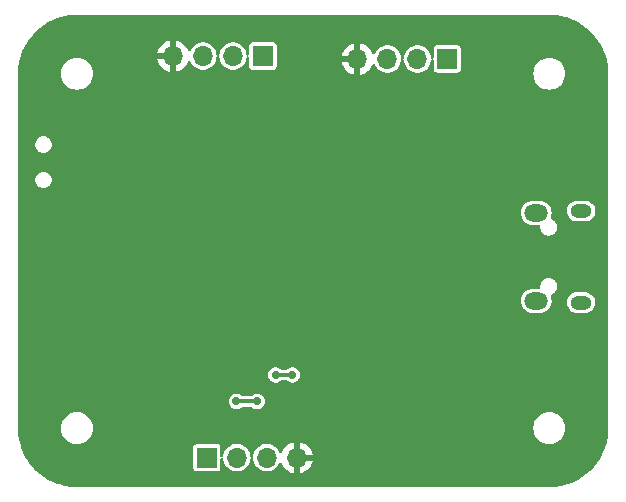
<source format=gbr>
%TF.GenerationSoftware,KiCad,Pcbnew,7.0.7*%
%TF.CreationDate,2023-09-18T20:54:04+05:30*%
%TF.ProjectId,STM32,53544d33-322e-46b6-9963-61645f706362,rev?*%
%TF.SameCoordinates,Original*%
%TF.FileFunction,Copper,L2,Bot*%
%TF.FilePolarity,Positive*%
%FSLAX46Y46*%
G04 Gerber Fmt 4.6, Leading zero omitted, Abs format (unit mm)*
G04 Created by KiCad (PCBNEW 7.0.7) date 2023-09-18 20:54:04*
%MOMM*%
%LPD*%
G01*
G04 APERTURE LIST*
%TA.AperFunction,ComponentPad*%
%ADD10R,1.700000X1.700000*%
%TD*%
%TA.AperFunction,ComponentPad*%
%ADD11O,1.700000X1.700000*%
%TD*%
%TA.AperFunction,ComponentPad*%
%ADD12O,1.800000X1.150000*%
%TD*%
%TA.AperFunction,ComponentPad*%
%ADD13O,2.000000X1.450000*%
%TD*%
%TA.AperFunction,ViaPad*%
%ADD14C,0.700000*%
%TD*%
%TA.AperFunction,Conductor*%
%ADD15C,0.300000*%
%TD*%
%TA.AperFunction,Conductor*%
%ADD16C,0.500000*%
%TD*%
G04 APERTURE END LIST*
D10*
%TO.P,J3,1,Pin_1*%
%TO.N,+3.3V*%
X85750000Y-61000000D03*
D11*
%TO.P,J3,2,Pin_2*%
%TO.N,/USART1_TX*%
X83210000Y-61000000D03*
%TO.P,J3,3,Pin_3*%
%TO.N,/USART1_RX*%
X80670000Y-61000000D03*
%TO.P,J3,4,Pin_4*%
%TO.N,GND*%
X78130000Y-61000000D03*
%TD*%
D12*
%TO.P,J1,6,Shield*%
%TO.N,unconnected-(J1-Shield-Pad6)*%
X112695000Y-81880000D03*
D13*
X108895000Y-81730000D03*
X108895000Y-74280000D03*
D12*
X112695000Y-74130000D03*
%TD*%
D10*
%TO.P,J4,1,Pin_1*%
%TO.N,+3.3V*%
X81000000Y-95000000D03*
D11*
%TO.P,J4,2,Pin_2*%
%TO.N,/I2C2_SCL*%
X83540000Y-95000000D03*
%TO.P,J4,3,Pin_3*%
%TO.N,/I2C2_SDA*%
X86080000Y-95000000D03*
%TO.P,J4,4,Pin_4*%
%TO.N,GND*%
X88620000Y-95000000D03*
%TD*%
D10*
%TO.P,J2,1,Pin_1*%
%TO.N,+3.3V*%
X101370000Y-61250000D03*
D11*
%TO.P,J2,2,Pin_2*%
%TO.N,/SWDIO*%
X98830000Y-61250000D03*
%TO.P,J2,3,Pin_3*%
%TO.N,/SWCLK*%
X96290000Y-61250000D03*
%TO.P,J2,4,Pin_4*%
%TO.N,GND*%
X93750000Y-61250000D03*
%TD*%
D14*
%TO.N,+3.3V*%
X83500000Y-90250000D03*
X85250000Y-90250000D03*
X88250000Y-88000000D03*
X86820500Y-88000000D03*
%TO.N,GND*%
X78500000Y-79750000D03*
X78250000Y-63250000D03*
X77750000Y-77750000D03*
X98500000Y-87500000D03*
X79500000Y-87500000D03*
X99000000Y-84000000D03*
X93500000Y-64000000D03*
X78500000Y-85250000D03*
X88500000Y-82750000D03*
X99500000Y-87500000D03*
X107750000Y-86750000D03*
X81500000Y-70000000D03*
X83750000Y-81000000D03*
X80750000Y-76250000D03*
X83500000Y-74250000D03*
X84000000Y-87250000D03*
X106750000Y-76750000D03*
X99000000Y-83000000D03*
X88750000Y-92750000D03*
X70750000Y-67750000D03*
X79000000Y-81409500D03*
X102750000Y-87500000D03*
%TD*%
D15*
%TO.N,+3.3V*%
X85250000Y-90250000D02*
X83500000Y-90250000D01*
X88250000Y-88000000D02*
X86820500Y-88000000D01*
D16*
%TO.N,GND*%
X78130000Y-63130000D02*
X78250000Y-63250000D01*
X78130000Y-61000000D02*
X78130000Y-63130000D01*
X93750000Y-63750000D02*
X93500000Y-64000000D01*
X93750000Y-61250000D02*
X93750000Y-63750000D01*
%TD*%
%TA.AperFunction,Conductor*%
%TO.N,GND*%
G36*
X110217318Y-57509488D02*
G01*
X110415934Y-57518160D01*
X110420865Y-57518574D01*
X110636792Y-57545489D01*
X110832940Y-57571313D01*
X110837265Y-57571883D01*
X110841894Y-57572671D01*
X111054183Y-57617183D01*
X111252534Y-57661157D01*
X111256778Y-57662257D01*
X111464544Y-57724112D01*
X111658658Y-57785317D01*
X111662530Y-57786680D01*
X111864457Y-57865472D01*
X112052817Y-57943494D01*
X112056252Y-57945045D01*
X112131343Y-57981755D01*
X112250992Y-58040249D01*
X112388629Y-58111897D01*
X112432009Y-58134479D01*
X112435107Y-58136207D01*
X112621382Y-58247202D01*
X112793662Y-58356957D01*
X112796377Y-58358789D01*
X112972918Y-58484837D01*
X113135098Y-58609282D01*
X113137426Y-58611159D01*
X113303055Y-58751439D01*
X113454895Y-58890574D01*
X113609424Y-59045103D01*
X113748555Y-59196938D01*
X113763008Y-59214003D01*
X113888839Y-59362572D01*
X113890716Y-59364900D01*
X114015162Y-59527081D01*
X114141209Y-59703621D01*
X114143040Y-59706335D01*
X114252797Y-59878617D01*
X114363791Y-60064891D01*
X114365525Y-60068000D01*
X114459750Y-60249007D01*
X114523262Y-60378920D01*
X114554953Y-60443744D01*
X114556524Y-60447229D01*
X114634536Y-60635566D01*
X114713309Y-60837445D01*
X114714681Y-60841340D01*
X114775899Y-61035496D01*
X114837735Y-61243200D01*
X114838843Y-61247472D01*
X114882818Y-61445826D01*
X114927326Y-61658101D01*
X114928115Y-61662733D01*
X114954524Y-61863319D01*
X114981422Y-62079114D01*
X114981839Y-62084080D01*
X114990513Y-62282728D01*
X114999500Y-62500000D01*
X114999500Y-92500000D01*
X114990513Y-92717271D01*
X114981839Y-92915918D01*
X114981422Y-92920884D01*
X114954524Y-93136680D01*
X114928115Y-93337265D01*
X114927326Y-93341897D01*
X114882818Y-93554173D01*
X114838843Y-93752526D01*
X114837735Y-93756798D01*
X114775899Y-93964503D01*
X114714681Y-94158658D01*
X114713309Y-94162552D01*
X114634536Y-94364433D01*
X114556524Y-94552769D01*
X114554944Y-94556274D01*
X114459750Y-94750992D01*
X114365525Y-94931998D01*
X114363791Y-94935107D01*
X114252797Y-95121382D01*
X114143040Y-95293663D01*
X114141209Y-95296377D01*
X114015162Y-95472918D01*
X113890716Y-95635099D01*
X113888839Y-95637426D01*
X113748557Y-95803059D01*
X113609426Y-95954895D01*
X113454895Y-96109426D01*
X113303059Y-96248557D01*
X113137426Y-96388839D01*
X113135099Y-96390716D01*
X112972918Y-96515162D01*
X112796377Y-96641209D01*
X112793663Y-96643040D01*
X112621382Y-96752797D01*
X112435107Y-96863791D01*
X112431998Y-96865525D01*
X112250992Y-96959750D01*
X112056274Y-97054944D01*
X112052769Y-97056524D01*
X111864433Y-97134536D01*
X111662552Y-97213309D01*
X111658658Y-97214681D01*
X111464503Y-97275899D01*
X111256798Y-97337735D01*
X111252526Y-97338843D01*
X111054173Y-97382818D01*
X110841897Y-97427326D01*
X110837265Y-97428115D01*
X110636680Y-97454524D01*
X110420884Y-97481422D01*
X110415918Y-97481839D01*
X110217271Y-97490513D01*
X110000000Y-97499500D01*
X70000000Y-97499500D01*
X69782728Y-97490513D01*
X69584080Y-97481839D01*
X69579114Y-97481422D01*
X69363319Y-97454524D01*
X69162733Y-97428115D01*
X69158101Y-97427326D01*
X68945826Y-97382818D01*
X68747472Y-97338843D01*
X68743200Y-97337735D01*
X68535496Y-97275899D01*
X68341340Y-97214681D01*
X68337445Y-97213309D01*
X68135566Y-97134536D01*
X67947229Y-97056524D01*
X67943744Y-97054953D01*
X67884503Y-97025992D01*
X67749007Y-96959750D01*
X67568000Y-96865525D01*
X67564891Y-96863791D01*
X67378617Y-96752797D01*
X67206335Y-96643040D01*
X67203621Y-96641209D01*
X67027081Y-96515162D01*
X66864900Y-96390716D01*
X66862572Y-96388839D01*
X66696940Y-96248557D01*
X66545103Y-96109424D01*
X66390574Y-95954895D01*
X66335559Y-95894856D01*
X79849500Y-95894856D01*
X79849502Y-95894882D01*
X79852413Y-95919987D01*
X79852415Y-95919991D01*
X79897793Y-96022764D01*
X79897794Y-96022765D01*
X79977235Y-96102206D01*
X80080009Y-96147585D01*
X80105135Y-96150500D01*
X81894864Y-96150499D01*
X81894879Y-96150497D01*
X81894882Y-96150497D01*
X81919987Y-96147586D01*
X81919988Y-96147585D01*
X81919991Y-96147585D01*
X82022765Y-96102206D01*
X82102206Y-96022765D01*
X82147585Y-95919991D01*
X82150500Y-95894865D01*
X82150499Y-95156046D01*
X82170183Y-95089009D01*
X82222987Y-95043254D01*
X82292146Y-95033310D01*
X82355702Y-95062335D01*
X82393476Y-95121113D01*
X82397970Y-95144606D01*
X82404244Y-95212310D01*
X82462596Y-95417392D01*
X82462596Y-95417394D01*
X82557632Y-95608253D01*
X82686127Y-95778406D01*
X82686128Y-95778407D01*
X82843698Y-95922052D01*
X83024981Y-96034298D01*
X83223802Y-96111321D01*
X83433390Y-96150500D01*
X83433392Y-96150500D01*
X83646608Y-96150500D01*
X83646610Y-96150500D01*
X83856198Y-96111321D01*
X84055019Y-96034298D01*
X84236302Y-95922052D01*
X84393872Y-95778407D01*
X84522366Y-95608255D01*
X84541038Y-95570756D01*
X84617403Y-95417394D01*
X84617403Y-95417393D01*
X84617405Y-95417389D01*
X84675756Y-95212310D01*
X84686529Y-95096047D01*
X84712315Y-95031111D01*
X84754622Y-95000804D01*
X84863130Y-95000804D01*
X84899503Y-95021668D01*
X84931693Y-95083681D01*
X84933471Y-95096048D01*
X84944244Y-95212310D01*
X85002596Y-95417392D01*
X85002596Y-95417394D01*
X85097632Y-95608253D01*
X85226127Y-95778406D01*
X85226128Y-95778407D01*
X85383698Y-95922052D01*
X85564981Y-96034298D01*
X85763802Y-96111321D01*
X85973390Y-96150500D01*
X85973392Y-96150500D01*
X86186608Y-96150500D01*
X86186610Y-96150500D01*
X86396198Y-96111321D01*
X86595019Y-96034298D01*
X86776302Y-95922052D01*
X86933872Y-95778407D01*
X87062366Y-95608255D01*
X87129325Y-95473781D01*
X87176825Y-95422548D01*
X87244488Y-95405126D01*
X87310828Y-95427051D01*
X87352705Y-95476651D01*
X87446399Y-95677578D01*
X87581894Y-95871082D01*
X87748917Y-96038105D01*
X87942421Y-96173600D01*
X88156507Y-96273429D01*
X88156516Y-96273433D01*
X88370000Y-96330634D01*
X88370000Y-95612301D01*
X88389685Y-95545262D01*
X88442489Y-95499507D01*
X88511647Y-95489563D01*
X88584237Y-95500000D01*
X88584238Y-95500000D01*
X88655762Y-95500000D01*
X88655763Y-95500000D01*
X88728353Y-95489563D01*
X88797512Y-95499507D01*
X88850315Y-95545262D01*
X88870000Y-95612301D01*
X88870000Y-96330633D01*
X89083483Y-96273433D01*
X89083492Y-96273429D01*
X89297578Y-96173600D01*
X89491082Y-96038105D01*
X89658105Y-95871082D01*
X89793600Y-95677578D01*
X89893429Y-95463492D01*
X89893432Y-95463486D01*
X89950636Y-95250000D01*
X89233347Y-95250000D01*
X89166308Y-95230315D01*
X89120553Y-95177511D01*
X89110609Y-95108353D01*
X89114369Y-95091067D01*
X89120000Y-95071888D01*
X89120000Y-94928111D01*
X89114369Y-94908933D01*
X89114370Y-94839064D01*
X89152145Y-94780286D01*
X89215701Y-94751262D01*
X89233347Y-94750000D01*
X89950636Y-94750000D01*
X89950635Y-94749999D01*
X89893432Y-94536513D01*
X89893429Y-94536507D01*
X89793600Y-94322422D01*
X89793599Y-94322420D01*
X89658113Y-94128926D01*
X89658108Y-94128920D01*
X89491082Y-93961894D01*
X89297578Y-93826399D01*
X89083492Y-93726570D01*
X89083486Y-93726567D01*
X88870000Y-93669364D01*
X88870000Y-94387698D01*
X88850315Y-94454737D01*
X88797511Y-94500492D01*
X88728355Y-94510436D01*
X88655766Y-94500000D01*
X88655763Y-94500000D01*
X88584237Y-94500000D01*
X88584233Y-94500000D01*
X88511645Y-94510436D01*
X88442487Y-94500492D01*
X88389684Y-94454736D01*
X88370000Y-94387698D01*
X88370000Y-93669364D01*
X88369999Y-93669364D01*
X88156513Y-93726567D01*
X88156507Y-93726570D01*
X87942422Y-93826399D01*
X87942420Y-93826400D01*
X87748926Y-93961886D01*
X87748920Y-93961891D01*
X87581891Y-94128920D01*
X87581886Y-94128926D01*
X87446400Y-94322420D01*
X87446399Y-94322422D01*
X87352705Y-94523348D01*
X87306532Y-94575787D01*
X87239339Y-94594939D01*
X87172457Y-94574723D01*
X87129324Y-94526216D01*
X87062366Y-94391745D01*
X87041726Y-94364414D01*
X86933872Y-94221593D01*
X86776302Y-94077948D01*
X86595019Y-93965702D01*
X86595017Y-93965701D01*
X86495608Y-93927190D01*
X86396198Y-93888679D01*
X86186610Y-93849500D01*
X85973390Y-93849500D01*
X85763802Y-93888679D01*
X85763799Y-93888679D01*
X85763799Y-93888680D01*
X85564982Y-93965701D01*
X85564980Y-93965702D01*
X85383699Y-94077947D01*
X85226127Y-94221593D01*
X85097632Y-94391746D01*
X85002596Y-94582605D01*
X85002596Y-94582607D01*
X84944244Y-94787689D01*
X84933471Y-94903951D01*
X84907685Y-94968888D01*
X84863130Y-95000804D01*
X84754622Y-95000804D01*
X84756869Y-94999194D01*
X84720497Y-94978331D01*
X84688307Y-94916318D01*
X84686529Y-94903951D01*
X84683175Y-94867759D01*
X84675756Y-94787690D01*
X84617405Y-94582611D01*
X84617403Y-94582606D01*
X84617403Y-94582605D01*
X84522367Y-94391746D01*
X84393872Y-94221593D01*
X84236302Y-94077948D01*
X84055019Y-93965702D01*
X84055017Y-93965701D01*
X83955608Y-93927190D01*
X83856198Y-93888679D01*
X83646610Y-93849500D01*
X83433390Y-93849500D01*
X83223802Y-93888679D01*
X83223799Y-93888679D01*
X83223799Y-93888680D01*
X83024982Y-93965701D01*
X83024980Y-93965702D01*
X82843699Y-94077947D01*
X82686127Y-94221593D01*
X82557632Y-94391746D01*
X82462596Y-94582605D01*
X82462596Y-94582607D01*
X82404244Y-94787689D01*
X82397970Y-94855394D01*
X82372183Y-94920331D01*
X82315383Y-94961018D01*
X82245602Y-94964538D01*
X82184995Y-94929772D01*
X82152806Y-94867759D01*
X82150499Y-94843952D01*
X82150499Y-94105143D01*
X82150499Y-94105136D01*
X82150497Y-94105117D01*
X82147586Y-94080012D01*
X82147585Y-94080010D01*
X82147585Y-94080009D01*
X82102206Y-93977235D01*
X82022765Y-93897794D01*
X82002124Y-93888680D01*
X81919992Y-93852415D01*
X81894865Y-93849500D01*
X80105143Y-93849500D01*
X80105117Y-93849502D01*
X80080012Y-93852413D01*
X80080008Y-93852415D01*
X79977235Y-93897793D01*
X79897794Y-93977234D01*
X79852415Y-94080006D01*
X79852415Y-94080008D01*
X79849500Y-94105131D01*
X79849500Y-95894856D01*
X66335559Y-95894856D01*
X66251439Y-95803055D01*
X66111159Y-95637426D01*
X66109282Y-95635098D01*
X65984837Y-95472918D01*
X65858789Y-95296377D01*
X65856957Y-95293662D01*
X65747202Y-95121382D01*
X65636207Y-94935107D01*
X65634473Y-94931998D01*
X65633314Y-94929772D01*
X65588640Y-94843952D01*
X65540249Y-94750992D01*
X65454595Y-94575787D01*
X65445045Y-94556252D01*
X65443494Y-94552817D01*
X65365463Y-94364433D01*
X65286680Y-94162530D01*
X65285317Y-94158658D01*
X65259869Y-94077947D01*
X65224100Y-93964503D01*
X65162257Y-93756778D01*
X65161155Y-93752526D01*
X65142718Y-93669364D01*
X65117175Y-93554145D01*
X65113893Y-93538494D01*
X65072671Y-93341894D01*
X65071883Y-93337265D01*
X65071313Y-93332940D01*
X65045489Y-93136792D01*
X65018574Y-92920865D01*
X65018160Y-92915934D01*
X65009486Y-92717271D01*
X65000500Y-92500000D01*
X68644341Y-92500000D01*
X68664936Y-92735403D01*
X68664938Y-92735413D01*
X68726094Y-92963655D01*
X68726096Y-92963659D01*
X68726097Y-92963663D01*
X68776031Y-93070746D01*
X68825964Y-93177828D01*
X68825965Y-93177830D01*
X68961505Y-93371402D01*
X69128597Y-93538494D01*
X69322169Y-93674034D01*
X69322171Y-93674035D01*
X69536337Y-93773903D01*
X69764592Y-93835063D01*
X69941034Y-93850500D01*
X70058966Y-93850500D01*
X70235408Y-93835063D01*
X70463663Y-93773903D01*
X70677829Y-93674035D01*
X70871401Y-93538495D01*
X71038495Y-93371401D01*
X71174035Y-93177830D01*
X71273903Y-92963663D01*
X71335063Y-92735408D01*
X71355659Y-92500000D01*
X108644341Y-92500000D01*
X108664936Y-92735403D01*
X108664938Y-92735413D01*
X108726094Y-92963655D01*
X108726096Y-92963659D01*
X108726097Y-92963663D01*
X108776031Y-93070745D01*
X108825964Y-93177828D01*
X108825965Y-93177830D01*
X108961505Y-93371402D01*
X109128597Y-93538494D01*
X109322169Y-93674034D01*
X109322171Y-93674035D01*
X109536337Y-93773903D01*
X109764592Y-93835063D01*
X109941034Y-93850500D01*
X110058966Y-93850500D01*
X110235408Y-93835063D01*
X110463663Y-93773903D01*
X110677829Y-93674035D01*
X110871401Y-93538495D01*
X111038495Y-93371401D01*
X111174035Y-93177830D01*
X111273903Y-92963663D01*
X111335063Y-92735408D01*
X111355659Y-92500000D01*
X111335063Y-92264592D01*
X111273903Y-92036337D01*
X111174035Y-91822171D01*
X111174034Y-91822169D01*
X111038494Y-91628597D01*
X110871402Y-91461505D01*
X110677830Y-91325965D01*
X110677828Y-91325964D01*
X110570746Y-91276030D01*
X110463663Y-91226097D01*
X110463659Y-91226096D01*
X110463655Y-91226094D01*
X110235413Y-91164938D01*
X110235403Y-91164936D01*
X110058966Y-91149500D01*
X109941034Y-91149500D01*
X109764596Y-91164936D01*
X109764586Y-91164938D01*
X109536344Y-91226094D01*
X109536335Y-91226098D01*
X109322171Y-91325964D01*
X109322169Y-91325965D01*
X109128597Y-91461505D01*
X108961506Y-91628597D01*
X108961501Y-91628604D01*
X108825967Y-91822165D01*
X108825965Y-91822169D01*
X108726098Y-92036335D01*
X108726094Y-92036344D01*
X108664938Y-92264586D01*
X108664936Y-92264596D01*
X108644341Y-92499999D01*
X108644341Y-92500000D01*
X71355659Y-92500000D01*
X71335063Y-92264592D01*
X71273903Y-92036337D01*
X71174035Y-91822171D01*
X71174034Y-91822169D01*
X71038494Y-91628597D01*
X70871402Y-91461505D01*
X70677830Y-91325965D01*
X70677828Y-91325964D01*
X70570745Y-91276030D01*
X70463663Y-91226097D01*
X70463659Y-91226096D01*
X70463655Y-91226094D01*
X70235413Y-91164938D01*
X70235403Y-91164936D01*
X70058966Y-91149500D01*
X69941034Y-91149500D01*
X69764596Y-91164936D01*
X69764586Y-91164938D01*
X69536344Y-91226094D01*
X69536335Y-91226098D01*
X69322171Y-91325964D01*
X69322169Y-91325965D01*
X69128597Y-91461505D01*
X68961506Y-91628597D01*
X68961501Y-91628604D01*
X68825967Y-91822165D01*
X68825965Y-91822169D01*
X68726098Y-92036335D01*
X68726094Y-92036344D01*
X68664938Y-92264586D01*
X68664936Y-92264596D01*
X68644341Y-92499999D01*
X68644341Y-92500000D01*
X65000500Y-92500000D01*
X65000500Y-92499500D01*
X65000500Y-90250000D01*
X82844722Y-90250000D01*
X82863762Y-90406818D01*
X82919779Y-90554523D01*
X82919780Y-90554523D01*
X83009517Y-90684530D01*
X83127760Y-90789283D01*
X83127762Y-90789284D01*
X83267634Y-90862696D01*
X83421014Y-90900500D01*
X83421015Y-90900500D01*
X83578985Y-90900500D01*
X83732365Y-90862696D01*
X83732364Y-90862696D01*
X83872240Y-90789283D01*
X83937256Y-90731683D01*
X84000490Y-90701963D01*
X84019483Y-90700500D01*
X84730517Y-90700500D01*
X84797556Y-90720185D01*
X84812741Y-90731682D01*
X84877760Y-90789283D01*
X84877762Y-90789284D01*
X85017634Y-90862696D01*
X85171014Y-90900500D01*
X85171015Y-90900500D01*
X85328985Y-90900500D01*
X85482365Y-90862696D01*
X85482364Y-90862695D01*
X85622240Y-90789283D01*
X85740483Y-90684530D01*
X85830220Y-90554523D01*
X85886237Y-90406818D01*
X85905278Y-90250000D01*
X85886237Y-90093182D01*
X85830220Y-89945477D01*
X85740483Y-89815470D01*
X85622240Y-89710717D01*
X85622238Y-89710716D01*
X85622237Y-89710715D01*
X85482365Y-89637303D01*
X85328986Y-89599500D01*
X85328985Y-89599500D01*
X85171015Y-89599500D01*
X85171014Y-89599500D01*
X85017634Y-89637303D01*
X84877762Y-89710715D01*
X84812744Y-89768316D01*
X84749510Y-89798037D01*
X84730517Y-89799500D01*
X84019483Y-89799500D01*
X83952444Y-89779815D01*
X83937256Y-89768316D01*
X83872240Y-89710717D01*
X83872238Y-89710716D01*
X83872237Y-89710715D01*
X83732365Y-89637303D01*
X83578986Y-89599500D01*
X83578985Y-89599500D01*
X83421015Y-89599500D01*
X83421014Y-89599500D01*
X83267634Y-89637303D01*
X83127762Y-89710715D01*
X83009516Y-89815471D01*
X82919781Y-89945475D01*
X82919780Y-89945476D01*
X82863762Y-90093181D01*
X82844722Y-90249999D01*
X82844722Y-90250000D01*
X65000500Y-90250000D01*
X65000500Y-88000000D01*
X86165222Y-88000000D01*
X86184262Y-88156818D01*
X86240279Y-88304522D01*
X86240280Y-88304523D01*
X86330017Y-88434530D01*
X86448260Y-88539283D01*
X86448262Y-88539284D01*
X86588134Y-88612696D01*
X86741514Y-88650500D01*
X86741515Y-88650500D01*
X86899485Y-88650500D01*
X87052865Y-88612696D01*
X87052865Y-88612695D01*
X87192740Y-88539283D01*
X87257756Y-88481683D01*
X87320990Y-88451963D01*
X87339983Y-88450500D01*
X87730517Y-88450500D01*
X87797556Y-88470185D01*
X87812741Y-88481682D01*
X87877760Y-88539283D01*
X87877762Y-88539284D01*
X88017634Y-88612696D01*
X88171014Y-88650500D01*
X88171015Y-88650500D01*
X88328985Y-88650500D01*
X88482365Y-88612696D01*
X88482364Y-88612695D01*
X88622240Y-88539283D01*
X88740483Y-88434530D01*
X88830220Y-88304523D01*
X88886237Y-88156818D01*
X88905278Y-88000000D01*
X88886237Y-87843182D01*
X88830220Y-87695477D01*
X88740483Y-87565470D01*
X88622240Y-87460717D01*
X88622238Y-87460716D01*
X88622237Y-87460715D01*
X88482365Y-87387303D01*
X88328986Y-87349500D01*
X88328985Y-87349500D01*
X88171015Y-87349500D01*
X88171014Y-87349500D01*
X88017634Y-87387303D01*
X87877762Y-87460715D01*
X87812744Y-87518316D01*
X87749510Y-87548037D01*
X87730517Y-87549500D01*
X87339983Y-87549500D01*
X87272944Y-87529815D01*
X87257756Y-87518316D01*
X87192740Y-87460717D01*
X87192738Y-87460716D01*
X87192737Y-87460715D01*
X87052865Y-87387303D01*
X86899486Y-87349500D01*
X86899485Y-87349500D01*
X86741515Y-87349500D01*
X86741514Y-87349500D01*
X86588134Y-87387303D01*
X86448262Y-87460715D01*
X86330016Y-87565471D01*
X86240281Y-87695475D01*
X86240280Y-87695476D01*
X86184262Y-87843181D01*
X86165222Y-87999999D01*
X86165222Y-88000000D01*
X65000500Y-88000000D01*
X65000500Y-81730000D01*
X107589538Y-81730000D01*
X107609337Y-81931031D01*
X107667978Y-82124345D01*
X107763198Y-82302488D01*
X107763203Y-82302495D01*
X107891352Y-82458647D01*
X108000016Y-82547824D01*
X108047506Y-82586798D01*
X108047509Y-82586799D01*
X108047511Y-82586801D01*
X108225654Y-82682021D01*
X108225656Y-82682021D01*
X108225659Y-82682023D01*
X108418967Y-82740662D01*
X108569620Y-82755500D01*
X108569623Y-82755500D01*
X109220377Y-82755500D01*
X109220380Y-82755500D01*
X109371033Y-82740662D01*
X109564341Y-82682023D01*
X109742494Y-82586798D01*
X109898647Y-82458647D01*
X110026798Y-82302494D01*
X110122023Y-82124341D01*
X110180662Y-81931033D01*
X110190384Y-81832324D01*
X111490630Y-81832324D01*
X111500939Y-82022475D01*
X111529223Y-82124345D01*
X111551887Y-82205969D01*
X111551888Y-82205972D01*
X111641087Y-82374217D01*
X111641088Y-82374220D01*
X111764368Y-82519356D01*
X111764369Y-82519357D01*
X111915971Y-82634602D01*
X111915972Y-82634602D01*
X111915973Y-82634603D01*
X111915974Y-82634604D01*
X112018466Y-82682021D01*
X112088803Y-82714562D01*
X112088804Y-82714562D01*
X112088806Y-82714563D01*
X112145227Y-82726982D01*
X112274784Y-82755500D01*
X112274785Y-82755500D01*
X113067459Y-82755500D01*
X113067465Y-82755500D01*
X113209316Y-82740073D01*
X113389780Y-82679267D01*
X113552954Y-82581089D01*
X113691207Y-82450129D01*
X113798075Y-82292510D01*
X113798077Y-82292506D01*
X113868561Y-82115606D01*
X113868562Y-82115602D01*
X113899370Y-81927678D01*
X113889061Y-81737525D01*
X113838114Y-81554033D01*
X113748914Y-81385784D01*
X113748911Y-81385781D01*
X113748911Y-81385779D01*
X113625631Y-81240643D01*
X113565962Y-81195284D01*
X113474029Y-81125398D01*
X113474028Y-81125397D01*
X113474026Y-81125396D01*
X113474025Y-81125395D01*
X113301193Y-81045436D01*
X113115216Y-81004500D01*
X112322535Y-81004500D01*
X112322533Y-81004500D01*
X112180683Y-81019927D01*
X112000217Y-81080734D01*
X111837048Y-81178909D01*
X111698791Y-81309872D01*
X111591922Y-81467493D01*
X111521438Y-81644393D01*
X111490630Y-81832324D01*
X110190384Y-81832324D01*
X110200462Y-81730000D01*
X110180662Y-81528967D01*
X110122023Y-81335659D01*
X110122022Y-81335657D01*
X110119700Y-81330051D01*
X110112234Y-81260581D01*
X110143511Y-81198103D01*
X110190300Y-81166657D01*
X110195218Y-81164791D01*
X110195225Y-81164790D01*
X110229707Y-81146691D01*
X110236507Y-81143630D01*
X110272930Y-81129818D01*
X110304981Y-81107693D01*
X110311379Y-81103825D01*
X110345852Y-81085734D01*
X110375002Y-81059908D01*
X110380871Y-81055310D01*
X110412929Y-81033183D01*
X110438748Y-81004037D01*
X110444037Y-80998748D01*
X110473183Y-80972929D01*
X110495310Y-80940871D01*
X110499908Y-80935002D01*
X110525734Y-80905852D01*
X110543825Y-80871379D01*
X110547693Y-80864981D01*
X110569818Y-80832930D01*
X110583630Y-80796507D01*
X110586691Y-80789707D01*
X110604790Y-80755225D01*
X110614106Y-80717427D01*
X110616335Y-80710271D01*
X110630140Y-80673872D01*
X110634834Y-80635206D01*
X110636177Y-80627875D01*
X110645500Y-80590056D01*
X110645500Y-80551126D01*
X110645952Y-80543646D01*
X110650645Y-80505000D01*
X110645951Y-80466347D01*
X110645500Y-80458872D01*
X110645500Y-80419943D01*
X110636183Y-80382147D01*
X110634832Y-80374773D01*
X110630140Y-80336130D01*
X110630140Y-80336128D01*
X110616329Y-80299712D01*
X110614110Y-80292590D01*
X110604790Y-80254775D01*
X110586687Y-80220283D01*
X110583627Y-80213484D01*
X110569818Y-80177070D01*
X110547694Y-80145018D01*
X110543823Y-80138614D01*
X110525736Y-80104151D01*
X110525732Y-80104145D01*
X110511150Y-80087685D01*
X110499916Y-80075005D01*
X110495299Y-80069111D01*
X110473185Y-80037073D01*
X110473183Y-80037071D01*
X110444037Y-80011250D01*
X110438743Y-80005955D01*
X110412933Y-79976821D01*
X110412930Y-79976819D01*
X110412929Y-79976817D01*
X110412925Y-79976814D01*
X110380882Y-79954695D01*
X110374986Y-79950075D01*
X110345851Y-79924265D01*
X110345848Y-79924263D01*
X110311387Y-79906177D01*
X110304974Y-79902300D01*
X110272933Y-79880183D01*
X110272931Y-79880182D01*
X110236524Y-79866374D01*
X110229693Y-79863299D01*
X110195226Y-79845210D01*
X110195221Y-79845209D01*
X110193601Y-79844809D01*
X110157424Y-79835892D01*
X110150276Y-79833665D01*
X110113876Y-79819861D01*
X110113869Y-79819859D01*
X110075223Y-79815166D01*
X110067855Y-79813816D01*
X110030058Y-79804500D01*
X110030056Y-79804500D01*
X109859944Y-79804500D01*
X109849363Y-79807107D01*
X109822143Y-79813816D01*
X109814776Y-79815166D01*
X109776126Y-79819860D01*
X109739725Y-79833664D01*
X109732576Y-79835891D01*
X109694775Y-79845210D01*
X109694770Y-79845212D01*
X109660296Y-79863303D01*
X109653467Y-79866377D01*
X109617071Y-79880180D01*
X109617069Y-79880181D01*
X109585027Y-79902299D01*
X109578617Y-79906174D01*
X109544149Y-79924265D01*
X109515005Y-79950082D01*
X109509110Y-79954700D01*
X109477072Y-79976815D01*
X109477071Y-79976816D01*
X109451253Y-80005957D01*
X109445957Y-80011253D01*
X109416816Y-80037071D01*
X109416815Y-80037072D01*
X109394700Y-80069110D01*
X109390082Y-80075005D01*
X109364265Y-80104149D01*
X109346174Y-80138617D01*
X109342299Y-80145027D01*
X109320181Y-80177069D01*
X109320180Y-80177071D01*
X109306377Y-80213467D01*
X109303303Y-80220296D01*
X109285212Y-80254770D01*
X109285210Y-80254775D01*
X109275891Y-80292576D01*
X109273664Y-80299725D01*
X109259860Y-80336126D01*
X109255166Y-80374776D01*
X109253816Y-80382143D01*
X109244500Y-80419945D01*
X109244500Y-80458872D01*
X109244048Y-80466352D01*
X109239355Y-80504999D01*
X109244048Y-80543646D01*
X109244500Y-80551126D01*
X109244500Y-80580500D01*
X109224815Y-80647539D01*
X109172011Y-80693294D01*
X109120500Y-80704500D01*
X108569620Y-80704500D01*
X108532433Y-80708162D01*
X108418968Y-80719337D01*
X108225654Y-80777978D01*
X108047511Y-80873198D01*
X108047504Y-80873203D01*
X107891352Y-81001352D01*
X107763203Y-81157504D01*
X107763198Y-81157511D01*
X107667978Y-81335654D01*
X107609337Y-81528968D01*
X107589538Y-81730000D01*
X65000500Y-81730000D01*
X65000500Y-74280000D01*
X107589538Y-74280000D01*
X107609337Y-74481031D01*
X107667978Y-74674345D01*
X107763198Y-74852488D01*
X107763201Y-74852492D01*
X107763202Y-74852494D01*
X107773502Y-74865045D01*
X107891352Y-75008647D01*
X107925990Y-75037073D01*
X108047506Y-75136798D01*
X108047509Y-75136799D01*
X108047511Y-75136801D01*
X108225654Y-75232021D01*
X108225656Y-75232021D01*
X108225659Y-75232023D01*
X108418967Y-75290662D01*
X108569620Y-75305500D01*
X108569623Y-75305500D01*
X109120500Y-75305500D01*
X109187539Y-75325185D01*
X109233294Y-75377989D01*
X109244500Y-75429500D01*
X109244500Y-75458872D01*
X109244048Y-75466352D01*
X109239355Y-75504999D01*
X109244048Y-75543646D01*
X109244500Y-75551126D01*
X109244500Y-75590058D01*
X109253816Y-75627855D01*
X109255166Y-75635223D01*
X109259859Y-75673869D01*
X109259861Y-75673876D01*
X109273665Y-75710276D01*
X109275894Y-75717429D01*
X109285209Y-75755221D01*
X109285210Y-75755226D01*
X109303299Y-75789693D01*
X109306374Y-75796524D01*
X109320182Y-75832931D01*
X109320183Y-75832933D01*
X109342300Y-75864974D01*
X109346177Y-75871387D01*
X109364263Y-75905848D01*
X109364265Y-75905851D01*
X109390075Y-75934986D01*
X109394695Y-75940882D01*
X109394701Y-75940890D01*
X109416816Y-75972928D01*
X109416821Y-75972933D01*
X109445955Y-75998743D01*
X109451250Y-76004037D01*
X109477069Y-76033181D01*
X109477073Y-76033185D01*
X109509111Y-76055299D01*
X109515005Y-76059916D01*
X109527685Y-76071150D01*
X109544145Y-76085732D01*
X109544151Y-76085736D01*
X109578614Y-76103823D01*
X109585018Y-76107694D01*
X109617070Y-76129818D01*
X109653484Y-76143627D01*
X109660283Y-76146687D01*
X109694775Y-76164790D01*
X109694777Y-76164790D01*
X109694778Y-76164791D01*
X109701914Y-76166549D01*
X109732590Y-76174110D01*
X109739712Y-76176329D01*
X109776128Y-76190140D01*
X109795572Y-76192500D01*
X109814773Y-76194832D01*
X109822140Y-76196181D01*
X109846369Y-76202153D01*
X109859943Y-76205500D01*
X109859944Y-76205500D01*
X110030058Y-76205500D01*
X110039590Y-76203149D01*
X110067875Y-76196177D01*
X110075206Y-76194834D01*
X110113872Y-76190140D01*
X110150277Y-76176333D01*
X110157427Y-76174106D01*
X110168744Y-76171316D01*
X110195225Y-76164790D01*
X110229707Y-76146691D01*
X110236507Y-76143630D01*
X110272930Y-76129818D01*
X110304981Y-76107693D01*
X110311379Y-76103825D01*
X110345852Y-76085734D01*
X110375002Y-76059908D01*
X110380871Y-76055310D01*
X110412929Y-76033183D01*
X110438748Y-76004037D01*
X110444037Y-75998748D01*
X110473183Y-75972929D01*
X110495310Y-75940871D01*
X110499908Y-75935002D01*
X110525734Y-75905852D01*
X110543825Y-75871379D01*
X110547693Y-75864981D01*
X110569818Y-75832930D01*
X110583630Y-75796507D01*
X110586691Y-75789707D01*
X110604790Y-75755225D01*
X110611316Y-75728744D01*
X110614106Y-75717427D01*
X110616333Y-75710277D01*
X110630140Y-75673872D01*
X110634834Y-75635206D01*
X110636177Y-75627875D01*
X110645500Y-75590056D01*
X110645500Y-75551126D01*
X110645952Y-75543646D01*
X110650645Y-75505000D01*
X110645951Y-75466347D01*
X110645500Y-75458872D01*
X110645500Y-75419943D01*
X110636183Y-75382147D01*
X110634832Y-75374773D01*
X110630140Y-75336130D01*
X110630140Y-75336128D01*
X110616329Y-75299712D01*
X110614110Y-75292590D01*
X110604790Y-75254775D01*
X110586687Y-75220283D01*
X110583627Y-75213484D01*
X110569818Y-75177070D01*
X110547694Y-75145018D01*
X110543823Y-75138614D01*
X110525736Y-75104151D01*
X110525732Y-75104145D01*
X110511150Y-75087685D01*
X110499916Y-75075005D01*
X110495299Y-75069111D01*
X110473185Y-75037073D01*
X110473183Y-75037071D01*
X110444037Y-75011250D01*
X110438743Y-75005955D01*
X110412933Y-74976821D01*
X110412930Y-74976819D01*
X110412929Y-74976817D01*
X110395177Y-74964563D01*
X110380882Y-74954695D01*
X110374986Y-74950075D01*
X110345851Y-74924265D01*
X110345848Y-74924263D01*
X110311387Y-74906177D01*
X110304974Y-74902300D01*
X110272933Y-74880183D01*
X110272931Y-74880182D01*
X110236524Y-74866374D01*
X110229693Y-74863299D01*
X110195220Y-74845207D01*
X110190288Y-74843337D01*
X110134587Y-74801158D01*
X110110532Y-74735559D01*
X110119702Y-74679945D01*
X110122020Y-74674347D01*
X110122021Y-74674345D01*
X110122023Y-74674341D01*
X110180662Y-74481033D01*
X110200462Y-74280000D01*
X110180993Y-74082324D01*
X111490630Y-74082324D01*
X111500939Y-74272476D01*
X111551887Y-74455969D01*
X111551888Y-74455972D01*
X111641087Y-74624217D01*
X111641088Y-74624220D01*
X111764368Y-74769356D01*
X111764369Y-74769357D01*
X111915971Y-74884602D01*
X111915972Y-74884602D01*
X111915973Y-74884603D01*
X111915974Y-74884604D01*
X112021758Y-74933543D01*
X112088803Y-74964562D01*
X112088804Y-74964562D01*
X112088806Y-74964563D01*
X112144464Y-74976814D01*
X112274784Y-75005500D01*
X112274785Y-75005500D01*
X113067459Y-75005500D01*
X113067465Y-75005500D01*
X113209316Y-74990073D01*
X113389780Y-74929267D01*
X113552954Y-74831089D01*
X113691207Y-74700129D01*
X113798075Y-74542510D01*
X113822571Y-74481031D01*
X113868561Y-74365606D01*
X113882595Y-74280000D01*
X113899370Y-74177678D01*
X113889061Y-73987525D01*
X113838114Y-73804033D01*
X113748914Y-73635784D01*
X113748911Y-73635781D01*
X113748911Y-73635779D01*
X113625631Y-73490643D01*
X113474026Y-73375396D01*
X113474025Y-73375395D01*
X113301193Y-73295436D01*
X113115216Y-73254500D01*
X112322535Y-73254500D01*
X112322533Y-73254500D01*
X112180683Y-73269927D01*
X112000217Y-73330734D01*
X111837048Y-73428909D01*
X111698791Y-73559872D01*
X111591922Y-73717493D01*
X111521438Y-73894393D01*
X111490630Y-74082324D01*
X110180993Y-74082324D01*
X110180662Y-74078967D01*
X110122023Y-73885659D01*
X110122021Y-73885656D01*
X110122021Y-73885654D01*
X110026801Y-73707511D01*
X110026799Y-73707509D01*
X110026798Y-73707506D01*
X109987824Y-73660016D01*
X109898647Y-73551352D01*
X109742495Y-73423203D01*
X109742488Y-73423198D01*
X109564345Y-73327978D01*
X109371031Y-73269337D01*
X109260900Y-73258490D01*
X109220380Y-73254500D01*
X108569620Y-73254500D01*
X108532433Y-73258162D01*
X108418968Y-73269337D01*
X108225654Y-73327978D01*
X108047511Y-73423198D01*
X108047504Y-73423203D01*
X107891352Y-73551352D01*
X107763203Y-73707504D01*
X107763198Y-73707511D01*
X107667978Y-73885654D01*
X107609337Y-74078968D01*
X107589538Y-74280000D01*
X65000500Y-74280000D01*
X65000500Y-71585055D01*
X66469499Y-71585055D01*
X66510210Y-71750226D01*
X66589263Y-71900849D01*
X66589266Y-71900852D01*
X66702071Y-72028183D01*
X66792318Y-72090476D01*
X66842068Y-72124817D01*
X66842069Y-72124817D01*
X66842070Y-72124818D01*
X67001128Y-72185140D01*
X67077028Y-72194356D01*
X67127626Y-72200500D01*
X67127628Y-72200500D01*
X67212374Y-72200500D01*
X67254538Y-72195380D01*
X67338872Y-72185140D01*
X67497930Y-72124818D01*
X67637929Y-72028183D01*
X67750734Y-71900852D01*
X67829790Y-71750225D01*
X67870500Y-71585056D01*
X67870500Y-71414944D01*
X67829790Y-71249775D01*
X67829789Y-71249773D01*
X67750736Y-71099150D01*
X67731560Y-71077505D01*
X67637929Y-70971817D01*
X67588177Y-70937475D01*
X67497931Y-70875182D01*
X67338874Y-70814860D01*
X67338868Y-70814859D01*
X67212374Y-70799500D01*
X67212372Y-70799500D01*
X67127628Y-70799500D01*
X67127626Y-70799500D01*
X67001131Y-70814859D01*
X67001125Y-70814860D01*
X66842068Y-70875182D01*
X66702072Y-70971816D01*
X66589263Y-71099150D01*
X66510210Y-71249773D01*
X66469499Y-71414944D01*
X66469499Y-71585055D01*
X65000500Y-71585055D01*
X65000500Y-68585055D01*
X66469499Y-68585055D01*
X66510210Y-68750226D01*
X66589263Y-68900849D01*
X66589266Y-68900852D01*
X66702071Y-69028183D01*
X66792318Y-69090476D01*
X66842068Y-69124817D01*
X66842069Y-69124817D01*
X66842070Y-69124818D01*
X67001128Y-69185140D01*
X67077028Y-69194356D01*
X67127626Y-69200500D01*
X67127628Y-69200500D01*
X67212374Y-69200500D01*
X67254538Y-69195380D01*
X67338872Y-69185140D01*
X67497930Y-69124818D01*
X67637929Y-69028183D01*
X67750734Y-68900852D01*
X67829790Y-68750225D01*
X67870500Y-68585056D01*
X67870500Y-68414944D01*
X67829790Y-68249775D01*
X67829789Y-68249773D01*
X67750736Y-68099150D01*
X67731560Y-68077505D01*
X67637929Y-67971817D01*
X67588177Y-67937475D01*
X67497931Y-67875182D01*
X67338874Y-67814860D01*
X67338868Y-67814859D01*
X67212374Y-67799500D01*
X67212372Y-67799500D01*
X67127628Y-67799500D01*
X67127626Y-67799500D01*
X67001131Y-67814859D01*
X67001125Y-67814860D01*
X66842068Y-67875182D01*
X66702072Y-67971816D01*
X66589263Y-68099150D01*
X66510210Y-68249773D01*
X66469499Y-68414944D01*
X66469499Y-68585055D01*
X65000500Y-68585055D01*
X65000500Y-62500000D01*
X68644341Y-62500000D01*
X68664936Y-62735403D01*
X68664938Y-62735413D01*
X68726094Y-62963655D01*
X68726096Y-62963659D01*
X68726097Y-62963663D01*
X68776030Y-63070746D01*
X68825964Y-63177828D01*
X68825965Y-63177830D01*
X68961505Y-63371402D01*
X69128597Y-63538494D01*
X69322169Y-63674034D01*
X69322171Y-63674035D01*
X69536337Y-63773903D01*
X69764592Y-63835063D01*
X69941034Y-63850500D01*
X70058966Y-63850500D01*
X70235408Y-63835063D01*
X70463663Y-63773903D01*
X70677829Y-63674035D01*
X70871401Y-63538495D01*
X71038495Y-63371401D01*
X71174035Y-63177830D01*
X71273903Y-62963663D01*
X71335063Y-62735408D01*
X71355659Y-62500000D01*
X71335063Y-62264592D01*
X71273903Y-62036337D01*
X71174035Y-61822171D01*
X71174034Y-61822169D01*
X71038494Y-61628597D01*
X70871402Y-61461505D01*
X70677830Y-61325965D01*
X70677828Y-61325964D01*
X70563592Y-61272695D01*
X70514923Y-61250000D01*
X76799364Y-61250000D01*
X76856567Y-61463486D01*
X76856570Y-61463492D01*
X76956399Y-61677578D01*
X77091894Y-61871082D01*
X77258917Y-62038105D01*
X77452421Y-62173600D01*
X77666507Y-62273429D01*
X77666516Y-62273433D01*
X77880000Y-62330634D01*
X77880000Y-61612301D01*
X77899685Y-61545262D01*
X77952489Y-61499507D01*
X78021647Y-61489563D01*
X78094237Y-61500000D01*
X78094238Y-61500000D01*
X78165762Y-61500000D01*
X78165763Y-61500000D01*
X78238353Y-61489563D01*
X78307512Y-61499507D01*
X78360315Y-61545262D01*
X78380000Y-61612301D01*
X78380000Y-62330633D01*
X78593483Y-62273433D01*
X78593492Y-62273429D01*
X78807578Y-62173600D01*
X79001082Y-62038105D01*
X79168105Y-61871082D01*
X79303600Y-61677578D01*
X79397294Y-61476651D01*
X79443466Y-61424212D01*
X79510660Y-61405060D01*
X79577541Y-61425276D01*
X79620676Y-61473785D01*
X79687632Y-61608253D01*
X79794675Y-61749999D01*
X79816128Y-61778407D01*
X79973698Y-61922052D01*
X80154981Y-62034298D01*
X80353802Y-62111321D01*
X80563390Y-62150500D01*
X80563392Y-62150500D01*
X80776608Y-62150500D01*
X80776610Y-62150500D01*
X80986198Y-62111321D01*
X81185019Y-62034298D01*
X81366302Y-61922052D01*
X81523872Y-61778407D01*
X81652366Y-61608255D01*
X81666038Y-61580798D01*
X81747403Y-61417394D01*
X81747403Y-61417393D01*
X81747405Y-61417389D01*
X81805756Y-61212310D01*
X81816529Y-61096047D01*
X81842315Y-61031111D01*
X81884622Y-61000804D01*
X81993130Y-61000804D01*
X82029503Y-61021668D01*
X82061693Y-61083681D01*
X82063470Y-61096047D01*
X82074244Y-61212310D01*
X82105422Y-61321889D01*
X82132596Y-61417392D01*
X82132596Y-61417394D01*
X82227632Y-61608253D01*
X82334675Y-61749999D01*
X82356128Y-61778407D01*
X82513698Y-61922052D01*
X82694981Y-62034298D01*
X82893802Y-62111321D01*
X83103390Y-62150500D01*
X83103392Y-62150500D01*
X83316608Y-62150500D01*
X83316610Y-62150500D01*
X83526198Y-62111321D01*
X83725019Y-62034298D01*
X83906302Y-61922052D01*
X84063872Y-61778407D01*
X84192366Y-61608255D01*
X84206038Y-61580798D01*
X84287403Y-61417394D01*
X84287403Y-61417393D01*
X84287405Y-61417389D01*
X84345756Y-61212310D01*
X84352029Y-61144605D01*
X84377814Y-61079669D01*
X84434614Y-61038981D01*
X84504395Y-61035461D01*
X84565002Y-61070225D01*
X84597193Y-61132238D01*
X84599500Y-61156047D01*
X84599500Y-61894856D01*
X84599502Y-61894882D01*
X84602413Y-61919987D01*
X84602415Y-61919991D01*
X84647793Y-62022764D01*
X84647794Y-62022765D01*
X84727235Y-62102206D01*
X84830009Y-62147585D01*
X84855135Y-62150500D01*
X86644864Y-62150499D01*
X86644879Y-62150497D01*
X86644882Y-62150497D01*
X86669987Y-62147586D01*
X86669988Y-62147585D01*
X86669991Y-62147585D01*
X86772765Y-62102206D01*
X86852206Y-62022765D01*
X86897585Y-61919991D01*
X86900500Y-61894865D01*
X86900500Y-61500000D01*
X92419364Y-61500000D01*
X92476567Y-61713486D01*
X92476570Y-61713492D01*
X92576399Y-61927578D01*
X92711894Y-62121082D01*
X92878917Y-62288105D01*
X93072421Y-62423600D01*
X93286507Y-62523429D01*
X93286516Y-62523433D01*
X93500000Y-62580634D01*
X93500000Y-61862301D01*
X93519685Y-61795262D01*
X93572489Y-61749507D01*
X93641647Y-61739563D01*
X93714237Y-61750000D01*
X93714238Y-61750000D01*
X93785762Y-61750000D01*
X93785763Y-61750000D01*
X93858353Y-61739563D01*
X93927512Y-61749507D01*
X93980315Y-61795262D01*
X94000000Y-61862301D01*
X94000000Y-62580633D01*
X94213483Y-62523433D01*
X94213492Y-62523429D01*
X94263736Y-62500000D01*
X108644341Y-62500000D01*
X108664936Y-62735403D01*
X108664938Y-62735413D01*
X108726094Y-62963655D01*
X108726096Y-62963659D01*
X108726097Y-62963663D01*
X108776031Y-63070745D01*
X108825964Y-63177828D01*
X108825965Y-63177830D01*
X108961505Y-63371402D01*
X109128597Y-63538494D01*
X109322169Y-63674034D01*
X109322171Y-63674035D01*
X109536337Y-63773903D01*
X109764592Y-63835063D01*
X109941034Y-63850500D01*
X110058966Y-63850500D01*
X110235408Y-63835063D01*
X110463663Y-63773903D01*
X110677829Y-63674035D01*
X110871401Y-63538495D01*
X111038495Y-63371401D01*
X111174035Y-63177830D01*
X111273903Y-62963663D01*
X111335063Y-62735408D01*
X111355659Y-62500000D01*
X111335063Y-62264592D01*
X111273903Y-62036337D01*
X111174035Y-61822171D01*
X111174034Y-61822169D01*
X111038494Y-61628597D01*
X110871402Y-61461505D01*
X110677830Y-61325965D01*
X110677828Y-61325964D01*
X110563592Y-61272695D01*
X110463663Y-61226097D01*
X110463659Y-61226096D01*
X110463655Y-61226094D01*
X110235413Y-61164938D01*
X110235403Y-61164936D01*
X110058966Y-61149500D01*
X109941034Y-61149500D01*
X109764596Y-61164936D01*
X109764586Y-61164938D01*
X109536344Y-61226094D01*
X109536335Y-61226098D01*
X109322171Y-61325964D01*
X109322169Y-61325965D01*
X109128597Y-61461505D01*
X108961506Y-61628597D01*
X108961501Y-61628604D01*
X108825967Y-61822165D01*
X108825965Y-61822169D01*
X108726098Y-62036335D01*
X108726094Y-62036344D01*
X108664938Y-62264586D01*
X108664936Y-62264596D01*
X108644341Y-62499999D01*
X108644341Y-62500000D01*
X94263736Y-62500000D01*
X94427578Y-62423600D01*
X94621082Y-62288105D01*
X94788105Y-62121082D01*
X94923600Y-61927578D01*
X95017294Y-61726651D01*
X95063466Y-61674212D01*
X95130660Y-61655060D01*
X95197541Y-61675276D01*
X95240676Y-61723785D01*
X95307632Y-61858253D01*
X95431867Y-62022765D01*
X95436128Y-62028407D01*
X95593698Y-62172052D01*
X95774981Y-62284298D01*
X95973802Y-62361321D01*
X96183390Y-62400500D01*
X96183392Y-62400500D01*
X96396608Y-62400500D01*
X96396610Y-62400500D01*
X96606198Y-62361321D01*
X96805019Y-62284298D01*
X96986302Y-62172052D01*
X97143872Y-62028407D01*
X97272366Y-61858255D01*
X97290337Y-61822165D01*
X97367403Y-61667394D01*
X97367403Y-61667393D01*
X97367405Y-61667389D01*
X97425756Y-61462310D01*
X97436529Y-61346047D01*
X97462315Y-61281111D01*
X97504622Y-61250804D01*
X97613130Y-61250804D01*
X97649503Y-61271668D01*
X97681693Y-61333681D01*
X97683471Y-61346048D01*
X97694244Y-61462310D01*
X97752596Y-61667392D01*
X97752596Y-61667394D01*
X97847632Y-61858253D01*
X97971867Y-62022765D01*
X97976128Y-62028407D01*
X98133698Y-62172052D01*
X98314981Y-62284298D01*
X98513802Y-62361321D01*
X98723390Y-62400500D01*
X98723392Y-62400500D01*
X98936608Y-62400500D01*
X98936610Y-62400500D01*
X99146198Y-62361321D01*
X99345019Y-62284298D01*
X99526302Y-62172052D01*
X99683872Y-62028407D01*
X99812366Y-61858255D01*
X99830337Y-61822165D01*
X99907403Y-61667394D01*
X99907403Y-61667393D01*
X99907405Y-61667389D01*
X99965756Y-61462310D01*
X99972029Y-61394605D01*
X99997814Y-61329669D01*
X100054614Y-61288981D01*
X100124395Y-61285461D01*
X100185002Y-61320225D01*
X100217193Y-61382238D01*
X100219500Y-61406047D01*
X100219500Y-62144856D01*
X100219502Y-62144882D01*
X100222413Y-62169987D01*
X100222415Y-62169991D01*
X100267793Y-62272764D01*
X100267794Y-62272765D01*
X100347235Y-62352206D01*
X100450009Y-62397585D01*
X100475135Y-62400500D01*
X102264864Y-62400499D01*
X102264879Y-62400497D01*
X102264882Y-62400497D01*
X102289987Y-62397586D01*
X102289988Y-62397585D01*
X102289991Y-62397585D01*
X102392765Y-62352206D01*
X102472206Y-62272765D01*
X102517585Y-62169991D01*
X102520500Y-62144865D01*
X102520499Y-60355136D01*
X102520497Y-60355117D01*
X102517586Y-60330012D01*
X102517585Y-60330010D01*
X102517585Y-60330009D01*
X102472206Y-60227235D01*
X102392765Y-60147794D01*
X102372124Y-60138680D01*
X102289992Y-60102415D01*
X102264865Y-60099500D01*
X100475143Y-60099500D01*
X100475117Y-60099502D01*
X100450012Y-60102413D01*
X100450008Y-60102415D01*
X100347235Y-60147793D01*
X100267794Y-60227234D01*
X100222415Y-60330006D01*
X100222415Y-60330008D01*
X100219500Y-60355131D01*
X100219500Y-61093951D01*
X100199815Y-61160990D01*
X100147011Y-61206745D01*
X100077853Y-61216689D01*
X100014297Y-61187664D01*
X99976523Y-61128886D01*
X99972029Y-61105391D01*
X99971163Y-61096048D01*
X99965756Y-61037690D01*
X99907405Y-60832611D01*
X99907403Y-60832606D01*
X99907403Y-60832605D01*
X99812367Y-60641746D01*
X99683872Y-60471593D01*
X99653301Y-60443724D01*
X99526302Y-60327948D01*
X99345019Y-60215702D01*
X99345017Y-60215701D01*
X99245608Y-60177190D01*
X99146198Y-60138679D01*
X98936610Y-60099500D01*
X98723390Y-60099500D01*
X98513802Y-60138679D01*
X98513799Y-60138679D01*
X98513799Y-60138680D01*
X98314982Y-60215701D01*
X98314980Y-60215702D01*
X98133699Y-60327947D01*
X97976127Y-60471593D01*
X97847632Y-60641746D01*
X97752596Y-60832605D01*
X97752596Y-60832607D01*
X97694244Y-61037689D01*
X97683471Y-61153951D01*
X97657685Y-61218888D01*
X97613130Y-61250804D01*
X97504622Y-61250804D01*
X97506869Y-61249194D01*
X97470497Y-61228331D01*
X97438307Y-61166318D01*
X97436529Y-61153951D01*
X97432029Y-61105391D01*
X97425756Y-61037690D01*
X97367405Y-60832611D01*
X97367403Y-60832606D01*
X97367403Y-60832605D01*
X97272367Y-60641746D01*
X97143872Y-60471593D01*
X97113301Y-60443724D01*
X96986302Y-60327948D01*
X96805019Y-60215702D01*
X96805017Y-60215701D01*
X96705608Y-60177190D01*
X96606198Y-60138679D01*
X96396610Y-60099500D01*
X96183390Y-60099500D01*
X95973802Y-60138679D01*
X95973799Y-60138679D01*
X95973799Y-60138680D01*
X95774982Y-60215701D01*
X95774980Y-60215702D01*
X95593699Y-60327947D01*
X95436127Y-60471593D01*
X95307634Y-60641744D01*
X95240676Y-60776215D01*
X95193173Y-60827452D01*
X95125510Y-60844873D01*
X95059170Y-60822947D01*
X95017294Y-60773348D01*
X94923600Y-60572422D01*
X94923599Y-60572420D01*
X94788113Y-60378926D01*
X94788108Y-60378920D01*
X94621082Y-60211894D01*
X94427578Y-60076399D01*
X94213492Y-59976570D01*
X94213486Y-59976567D01*
X94000000Y-59919364D01*
X94000000Y-60637698D01*
X93980315Y-60704737D01*
X93927511Y-60750492D01*
X93858355Y-60760436D01*
X93785766Y-60750000D01*
X93785763Y-60750000D01*
X93714237Y-60750000D01*
X93714233Y-60750000D01*
X93641645Y-60760436D01*
X93572487Y-60750492D01*
X93519684Y-60704736D01*
X93500000Y-60637698D01*
X93500000Y-59919364D01*
X93499999Y-59919364D01*
X93286513Y-59976567D01*
X93286507Y-59976570D01*
X93072422Y-60076399D01*
X93072420Y-60076400D01*
X92878926Y-60211886D01*
X92878920Y-60211891D01*
X92711891Y-60378920D01*
X92711886Y-60378926D01*
X92576400Y-60572420D01*
X92576399Y-60572422D01*
X92476570Y-60786507D01*
X92476567Y-60786513D01*
X92419364Y-60999999D01*
X92419364Y-61000000D01*
X93136653Y-61000000D01*
X93203692Y-61019685D01*
X93249447Y-61072489D01*
X93259391Y-61141647D01*
X93255631Y-61158933D01*
X93253868Y-61164937D01*
X93250000Y-61178111D01*
X93250000Y-61321889D01*
X93252616Y-61330798D01*
X93255631Y-61341067D01*
X93255630Y-61410936D01*
X93217855Y-61469714D01*
X93154299Y-61498738D01*
X93136653Y-61500000D01*
X92419364Y-61500000D01*
X86900500Y-61500000D01*
X86900499Y-60105136D01*
X86900497Y-60105117D01*
X86897586Y-60080012D01*
X86897585Y-60080010D01*
X86897585Y-60080009D01*
X86852206Y-59977235D01*
X86772765Y-59897794D01*
X86752124Y-59888680D01*
X86669992Y-59852415D01*
X86644865Y-59849500D01*
X84855143Y-59849500D01*
X84855117Y-59849502D01*
X84830012Y-59852413D01*
X84830008Y-59852415D01*
X84727235Y-59897793D01*
X84647794Y-59977234D01*
X84602415Y-60080006D01*
X84602415Y-60080008D01*
X84599500Y-60105131D01*
X84599500Y-60843951D01*
X84579815Y-60910990D01*
X84527011Y-60956745D01*
X84457853Y-60966689D01*
X84394297Y-60937664D01*
X84356523Y-60878886D01*
X84352029Y-60855391D01*
X84351054Y-60844873D01*
X84345756Y-60787690D01*
X84345419Y-60786507D01*
X84315321Y-60680724D01*
X84287405Y-60582611D01*
X84287403Y-60582606D01*
X84287403Y-60582605D01*
X84192367Y-60391746D01*
X84063872Y-60221593D01*
X84053224Y-60211886D01*
X83906302Y-60077948D01*
X83725019Y-59965702D01*
X83725017Y-59965701D01*
X83605406Y-59919364D01*
X83526198Y-59888679D01*
X83316610Y-59849500D01*
X83103390Y-59849500D01*
X82893802Y-59888679D01*
X82893799Y-59888679D01*
X82893799Y-59888680D01*
X82694982Y-59965701D01*
X82694980Y-59965702D01*
X82513699Y-60077947D01*
X82356127Y-60221593D01*
X82227632Y-60391746D01*
X82132596Y-60582605D01*
X82132596Y-60582607D01*
X82074244Y-60787689D01*
X82063471Y-60903951D01*
X82037685Y-60968888D01*
X81993130Y-61000804D01*
X81884622Y-61000804D01*
X81886869Y-60999194D01*
X81850497Y-60978331D01*
X81818307Y-60916318D01*
X81816529Y-60903951D01*
X81814206Y-60878886D01*
X81805756Y-60787690D01*
X81747405Y-60582611D01*
X81747403Y-60582606D01*
X81747403Y-60582605D01*
X81652367Y-60391746D01*
X81523872Y-60221593D01*
X81513224Y-60211886D01*
X81366302Y-60077948D01*
X81185019Y-59965702D01*
X81185017Y-59965701D01*
X81065406Y-59919364D01*
X80986198Y-59888679D01*
X80776610Y-59849500D01*
X80563390Y-59849500D01*
X80353802Y-59888679D01*
X80353799Y-59888679D01*
X80353799Y-59888680D01*
X80154982Y-59965701D01*
X80154980Y-59965702D01*
X79973699Y-60077947D01*
X79816127Y-60221593D01*
X79687634Y-60391744D01*
X79620676Y-60526215D01*
X79573173Y-60577452D01*
X79505510Y-60594873D01*
X79439170Y-60572947D01*
X79397294Y-60523348D01*
X79303600Y-60322422D01*
X79303599Y-60322420D01*
X79168113Y-60128926D01*
X79168108Y-60128920D01*
X79001082Y-59961894D01*
X78807578Y-59826399D01*
X78593492Y-59726570D01*
X78593486Y-59726567D01*
X78380000Y-59669364D01*
X78380000Y-60387698D01*
X78360315Y-60454737D01*
X78307511Y-60500492D01*
X78238355Y-60510436D01*
X78165766Y-60500000D01*
X78165763Y-60500000D01*
X78094237Y-60500000D01*
X78094233Y-60500000D01*
X78021645Y-60510436D01*
X77952487Y-60500492D01*
X77899684Y-60454736D01*
X77880000Y-60387698D01*
X77880000Y-59669364D01*
X77879999Y-59669364D01*
X77666513Y-59726567D01*
X77666507Y-59726570D01*
X77452422Y-59826399D01*
X77452420Y-59826400D01*
X77258926Y-59961886D01*
X77258920Y-59961891D01*
X77091891Y-60128920D01*
X77091886Y-60128926D01*
X76956400Y-60322420D01*
X76956399Y-60322422D01*
X76856570Y-60536507D01*
X76856567Y-60536513D01*
X76799364Y-60749999D01*
X76799364Y-60750000D01*
X77516653Y-60750000D01*
X77583692Y-60769685D01*
X77629447Y-60822489D01*
X77639391Y-60891647D01*
X77635631Y-60908933D01*
X77630000Y-60928111D01*
X77630000Y-61071889D01*
X77633462Y-61083681D01*
X77635631Y-61091067D01*
X77635630Y-61160936D01*
X77597855Y-61219714D01*
X77534299Y-61248738D01*
X77516653Y-61250000D01*
X76799364Y-61250000D01*
X70514923Y-61250000D01*
X70463663Y-61226097D01*
X70463659Y-61226096D01*
X70463655Y-61226094D01*
X70235413Y-61164938D01*
X70235403Y-61164936D01*
X70058966Y-61149500D01*
X69941034Y-61149500D01*
X69764596Y-61164936D01*
X69764586Y-61164938D01*
X69536344Y-61226094D01*
X69536335Y-61226098D01*
X69322171Y-61325964D01*
X69322169Y-61325965D01*
X69128597Y-61461505D01*
X68961506Y-61628597D01*
X68961501Y-61628604D01*
X68825967Y-61822165D01*
X68825965Y-61822169D01*
X68726098Y-62036335D01*
X68726094Y-62036344D01*
X68664938Y-62264586D01*
X68664936Y-62264596D01*
X68644341Y-62499999D01*
X68644341Y-62500000D01*
X65000500Y-62500000D01*
X65009493Y-62282569D01*
X65018160Y-62084061D01*
X65018574Y-62079138D01*
X65045487Y-61863223D01*
X65071884Y-61662726D01*
X65072669Y-61658114D01*
X65117191Y-61445778D01*
X65161160Y-61247451D01*
X65162253Y-61243235D01*
X65224112Y-61035457D01*
X65285324Y-60841320D01*
X65286673Y-60837488D01*
X65365469Y-60635551D01*
X65443499Y-60447170D01*
X65445033Y-60443771D01*
X65514381Y-60301920D01*
X65540249Y-60249007D01*
X65592936Y-60147794D01*
X65634494Y-60067960D01*
X65636207Y-60064891D01*
X65747211Y-59878601D01*
X65856972Y-59706313D01*
X65858765Y-59703656D01*
X65984856Y-59527054D01*
X66109313Y-59364861D01*
X66111135Y-59362601D01*
X66251448Y-59196933D01*
X66390563Y-59045115D01*
X66545115Y-58890563D01*
X66696933Y-58751448D01*
X66862601Y-58611135D01*
X66864861Y-58609313D01*
X67027054Y-58484856D01*
X67203656Y-58358765D01*
X67206313Y-58356972D01*
X67378601Y-58247211D01*
X67564900Y-58136201D01*
X67567960Y-58134494D01*
X67685284Y-58073419D01*
X67749007Y-58040249D01*
X67823655Y-58003755D01*
X67943771Y-57945033D01*
X67947170Y-57943499D01*
X68135551Y-57865469D01*
X68337488Y-57786673D01*
X68341320Y-57785324D01*
X68535457Y-57724112D01*
X68743235Y-57662253D01*
X68747451Y-57661160D01*
X68945778Y-57617191D01*
X69158114Y-57572669D01*
X69162726Y-57571884D01*
X69363223Y-57545487D01*
X69579138Y-57518574D01*
X69584061Y-57518160D01*
X69782569Y-57509493D01*
X70000000Y-57500500D01*
X70000500Y-57500500D01*
X109999500Y-57500500D01*
X110000000Y-57500500D01*
X110217318Y-57509488D01*
G37*
%TD.AperFunction*%
%TD*%
M02*

</source>
